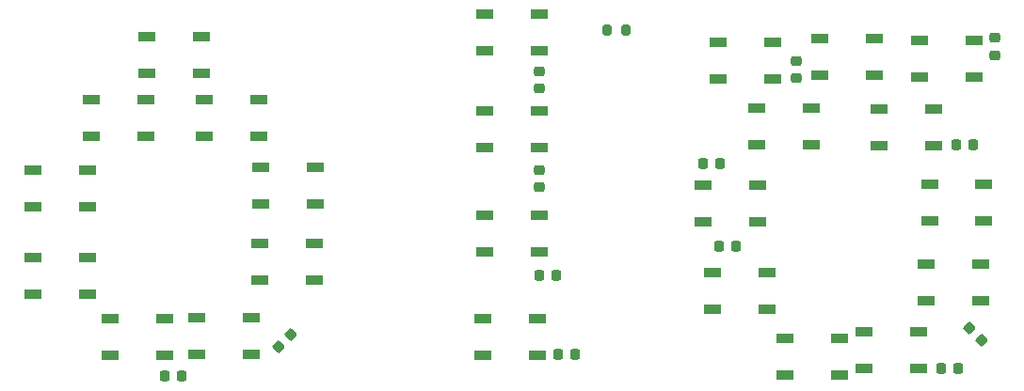
<source format=gbr>
%TF.GenerationSoftware,KiCad,Pcbnew,(6.0.9)*%
%TF.CreationDate,2023-04-01T13:25:34-08:00*%
%TF.ProjectId,HYD ISO PANEL,48594420-4953-44f2-9050-414e454c2e6b,3*%
%TF.SameCoordinates,Original*%
%TF.FileFunction,Paste,Top*%
%TF.FilePolarity,Positive*%
%FSLAX46Y46*%
G04 Gerber Fmt 4.6, Leading zero omitted, Abs format (unit mm)*
G04 Created by KiCad (PCBNEW (6.0.9)) date 2023-04-01 13:25:34*
%MOMM*%
%LPD*%
G01*
G04 APERTURE LIST*
G04 Aperture macros list*
%AMRoundRect*
0 Rectangle with rounded corners*
0 $1 Rounding radius*
0 $2 $3 $4 $5 $6 $7 $8 $9 X,Y pos of 4 corners*
0 Add a 4 corners polygon primitive as box body*
4,1,4,$2,$3,$4,$5,$6,$7,$8,$9,$2,$3,0*
0 Add four circle primitives for the rounded corners*
1,1,$1+$1,$2,$3*
1,1,$1+$1,$4,$5*
1,1,$1+$1,$6,$7*
1,1,$1+$1,$8,$9*
0 Add four rect primitives between the rounded corners*
20,1,$1+$1,$2,$3,$4,$5,0*
20,1,$1+$1,$4,$5,$6,$7,0*
20,1,$1+$1,$6,$7,$8,$9,0*
20,1,$1+$1,$8,$9,$2,$3,0*%
G04 Aperture macros list end*
%ADD10R,1.500000X0.900000*%
%ADD11RoundRect,0.225000X0.225000X0.250000X-0.225000X0.250000X-0.225000X-0.250000X0.225000X-0.250000X0*%
%ADD12RoundRect,0.225000X0.250000X-0.225000X0.250000X0.225000X-0.250000X0.225000X-0.250000X-0.225000X0*%
%ADD13RoundRect,0.225000X-0.225000X-0.250000X0.225000X-0.250000X0.225000X0.250000X-0.225000X0.250000X0*%
%ADD14RoundRect,0.225000X-0.017678X0.335876X-0.335876X0.017678X0.017678X-0.335876X0.335876X-0.017678X0*%
%ADD15RoundRect,0.225000X0.335876X0.017678X0.017678X0.335876X-0.335876X-0.017678X-0.017678X-0.335876X0*%
%ADD16RoundRect,0.225000X-0.250000X0.225000X-0.250000X-0.225000X0.250000X-0.225000X0.250000X0.225000X0*%
%ADD17RoundRect,0.200000X-0.200000X-0.275000X0.200000X-0.275000X0.200000X0.275000X-0.200000X0.275000X0*%
G04 APERTURE END LIST*
D10*
%TO.C,D1*%
X89181600Y-66548800D03*
X89181600Y-69848800D03*
X94081600Y-69848800D03*
X94081600Y-66548800D03*
%TD*%
%TO.C,D2*%
X94335600Y-72238400D03*
X94335600Y-75538400D03*
X99235600Y-75538400D03*
X99235600Y-72238400D03*
%TD*%
%TO.C,D3*%
X99454800Y-78309200D03*
X99454800Y-81609200D03*
X104354800Y-81609200D03*
X104354800Y-78309200D03*
%TD*%
%TO.C,D4*%
X99364800Y-85192400D03*
X99364800Y-88492400D03*
X104264800Y-88492400D03*
X104264800Y-85192400D03*
%TD*%
%TO.C,D5*%
X93663600Y-91872800D03*
X93663600Y-95172800D03*
X98563600Y-95172800D03*
X98563600Y-91872800D03*
%TD*%
%TO.C,D6*%
X85852000Y-91948800D03*
X85852000Y-95248800D03*
X90752000Y-95248800D03*
X90752000Y-91948800D03*
%TD*%
%TO.C,D7*%
X78920000Y-86462800D03*
X78920000Y-89762800D03*
X83820000Y-89762800D03*
X83820000Y-86462800D03*
%TD*%
%TO.C,D8*%
X78943200Y-78588800D03*
X78943200Y-81888800D03*
X83843200Y-81888800D03*
X83843200Y-78588800D03*
%TD*%
%TO.C,D9*%
X84203200Y-72187600D03*
X84203200Y-75487600D03*
X89103200Y-75487600D03*
X89103200Y-72187600D03*
%TD*%
%TO.C,D10*%
X119571600Y-64516800D03*
X119571600Y-67816800D03*
X124471600Y-67816800D03*
X124471600Y-64516800D03*
%TD*%
%TO.C,D11*%
X119610800Y-73254400D03*
X119610800Y-76554400D03*
X124510800Y-76554400D03*
X124510800Y-73254400D03*
%TD*%
%TO.C,D12*%
X119560000Y-82601600D03*
X119560000Y-85901600D03*
X124460000Y-85901600D03*
X124460000Y-82601600D03*
%TD*%
%TO.C,D13*%
X119430800Y-91948800D03*
X119430800Y-95248800D03*
X124330800Y-95248800D03*
X124330800Y-91948800D03*
%TD*%
%TO.C,D14*%
X140614400Y-67056800D03*
X140614400Y-70356800D03*
X145514400Y-70356800D03*
X145514400Y-67056800D03*
%TD*%
%TO.C,D15*%
X149758400Y-66752000D03*
X149758400Y-70052000D03*
X154658400Y-70052000D03*
X154658400Y-66752000D03*
%TD*%
%TO.C,D16*%
X158676000Y-66904400D03*
X158676000Y-70204400D03*
X163576000Y-70204400D03*
X163576000Y-66904400D03*
%TD*%
%TO.C,D17*%
X144057200Y-73026000D03*
X144057200Y-76326000D03*
X148957200Y-76326000D03*
X148957200Y-73026000D03*
%TD*%
%TO.C,D18*%
X155092400Y-73051200D03*
X155092400Y-76351200D03*
X159992400Y-76351200D03*
X159992400Y-73051200D03*
%TD*%
%TO.C,D24*%
X139219600Y-79960000D03*
X139219600Y-83260000D03*
X144119600Y-83260000D03*
X144119600Y-79960000D03*
%TD*%
%TO.C,D19*%
X159590400Y-79808000D03*
X159590400Y-83108000D03*
X164490400Y-83108000D03*
X164490400Y-79808000D03*
%TD*%
%TO.C,D23*%
X140083200Y-87808800D03*
X140083200Y-91108800D03*
X144983200Y-91108800D03*
X144983200Y-87808800D03*
%TD*%
%TO.C,D20*%
X159258000Y-87072000D03*
X159258000Y-90372000D03*
X164158000Y-90372000D03*
X164158000Y-87072000D03*
%TD*%
%TO.C,D22*%
X146597200Y-93701600D03*
X146597200Y-97001600D03*
X151497200Y-97001600D03*
X151497200Y-93701600D03*
%TD*%
%TO.C,D21*%
X153697600Y-93168000D03*
X153697600Y-96468000D03*
X158597600Y-96468000D03*
X158597600Y-93168000D03*
%TD*%
D11*
%TO.C,C2*%
X92304000Y-97157540D03*
X90754000Y-97157540D03*
%TD*%
%TO.C,C3*%
X127744620Y-95206820D03*
X126194620Y-95206820D03*
%TD*%
%TO.C,C4*%
X126022300Y-88069420D03*
X124472300Y-88069420D03*
%TD*%
D12*
%TO.C,C5*%
X124480320Y-71244660D03*
X124480320Y-69694660D03*
%TD*%
%TO.C,C6*%
X124510800Y-80119420D03*
X124510800Y-78569420D03*
%TD*%
D13*
%TO.C,C7*%
X139234980Y-77972920D03*
X140784980Y-77972920D03*
%TD*%
D14*
%TO.C,C8*%
X102111861Y-93389399D03*
X101015845Y-94485415D03*
%TD*%
D11*
%TO.C,C9*%
X163535560Y-76304140D03*
X161985560Y-76304140D03*
%TD*%
%TO.C,C11*%
X162154000Y-96428560D03*
X160604000Y-96428560D03*
%TD*%
D15*
%TO.C,C12*%
X164258041Y-93892421D03*
X163162025Y-92796405D03*
%TD*%
D16*
%TO.C,C13*%
X165470840Y-66654480D03*
X165470840Y-68204480D03*
%TD*%
%TO.C,C14*%
X147624800Y-68739620D03*
X147624800Y-70289620D03*
%TD*%
D13*
%TO.C,C15*%
X140662260Y-85420200D03*
X142212260Y-85420200D03*
%TD*%
D17*
%TO.C,R1*%
X130609940Y-65996820D03*
X132259940Y-65996820D03*
%TD*%
M02*

</source>
